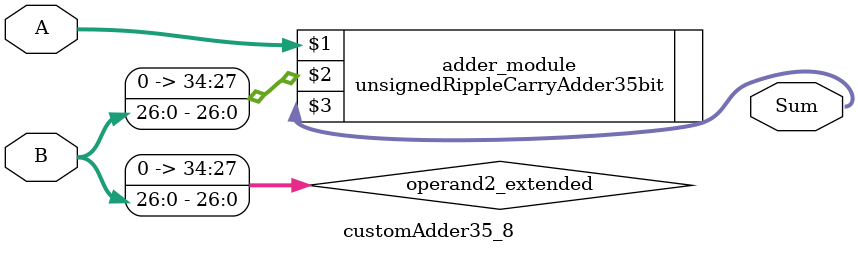
<source format=v>
module customAdder35_8(
                        input [34 : 0] A,
                        input [26 : 0] B,
                        
                        output [35 : 0] Sum
                );

        wire [34 : 0] operand2_extended;
        
        assign operand2_extended =  {8'b0, B};
        
        unsignedRippleCarryAdder35bit adder_module(
            A,
            operand2_extended,
            Sum
        );
        
        endmodule
        
</source>
